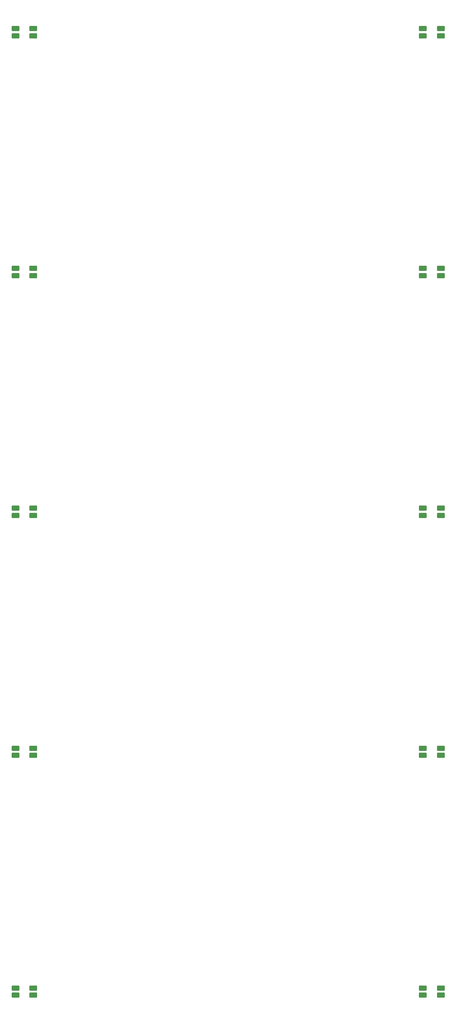
<source format=gbp>
G04*
G04 #@! TF.GenerationSoftware,Altium Limited,Altium Designer,19.1.8 (144)*
G04*
G04 Layer_Color=128*
%FSLAX43Y43*%
%MOMM*%
G71*
G01*
G75*
G04:AMPARAMS|DCode=27|XSize=1.5mm|YSize=1mm|CornerRadius=0.05mm|HoleSize=0mm|Usage=FLASHONLY|Rotation=0.000|XOffset=0mm|YOffset=0mm|HoleType=Round|Shape=RoundedRectangle|*
%AMROUNDEDRECTD27*
21,1,1.500,0.900,0,0,0.0*
21,1,1.400,1.000,0,0,0.0*
1,1,0.100,0.700,-0.450*
1,1,0.100,-0.700,-0.450*
1,1,0.100,-0.700,0.450*
1,1,0.100,0.700,0.450*
%
%ADD27ROUNDEDRECTD27*%
D27*
X11280Y40056D02*
D03*
X14780D02*
D03*
X11280Y38656D02*
D03*
X14780D02*
D03*
X91280Y40056D02*
D03*
X94780D02*
D03*
X91280Y38656D02*
D03*
X94780D02*
D03*
X11280Y87056D02*
D03*
X14780D02*
D03*
X11280Y85656D02*
D03*
X14780D02*
D03*
X91280Y87056D02*
D03*
X94780D02*
D03*
X91280Y85656D02*
D03*
X94780D02*
D03*
X11280Y134056D02*
D03*
X14780D02*
D03*
X11280Y132656D02*
D03*
X14780D02*
D03*
X91280Y134056D02*
D03*
X94780D02*
D03*
X91280Y132656D02*
D03*
X94780D02*
D03*
X11280Y181056D02*
D03*
X14780D02*
D03*
X11280Y179656D02*
D03*
X14780D02*
D03*
X91280Y181056D02*
D03*
X94780D02*
D03*
X91280Y179656D02*
D03*
X94780D02*
D03*
X11280Y228056D02*
D03*
X14780D02*
D03*
X11280Y226656D02*
D03*
X14780D02*
D03*
X91280Y228056D02*
D03*
X94780D02*
D03*
X91280Y226656D02*
D03*
X94780D02*
D03*
M02*

</source>
